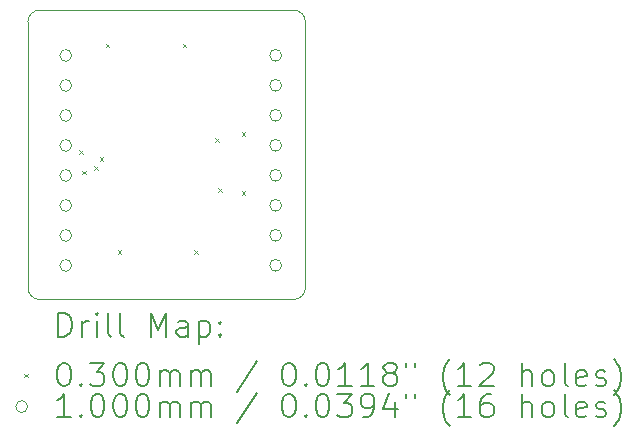
<source format=gbr>
%TF.GenerationSoftware,KiCad,Pcbnew,9.0.4*%
%TF.CreationDate,2025-12-19T23:17:50-05:00*%
%TF.ProjectId,ADS1120IPWR,41445331-3132-4304-9950-57522e6b6963,rev?*%
%TF.SameCoordinates,Original*%
%TF.FileFunction,Drillmap*%
%TF.FilePolarity,Positive*%
%FSLAX45Y45*%
G04 Gerber Fmt 4.5, Leading zero omitted, Abs format (unit mm)*
G04 Created by KiCad (PCBNEW 9.0.4) date 2025-12-19 23:17:50*
%MOMM*%
%LPD*%
G01*
G04 APERTURE LIST*
%ADD10C,0.050000*%
%ADD11C,0.200000*%
%ADD12C,0.100000*%
G04 APERTURE END LIST*
D10*
X16575000Y-7500000D02*
G75*
G02*
X16475000Y-7600000I-100000J0D01*
G01*
X14325000Y-5150000D02*
X16475000Y-5150000D01*
X14225000Y-5250000D02*
G75*
G02*
X14325000Y-5150000I100000J0D01*
G01*
X16575000Y-5250000D02*
X16575000Y-7500000D01*
X16475000Y-7600000D02*
X14325000Y-7600000D01*
X14325000Y-7600000D02*
G75*
G02*
X14225000Y-7500000I0J100000D01*
G01*
X16475000Y-5150000D02*
G75*
G02*
X16575000Y-5250000I0J-100000D01*
G01*
X14225000Y-7500000D02*
X14225000Y-5250000D01*
D11*
D12*
X14660000Y-6335000D02*
X14690000Y-6365000D01*
X14690000Y-6335000D02*
X14660000Y-6365000D01*
X14685000Y-6510000D02*
X14715000Y-6540000D01*
X14715000Y-6510000D02*
X14685000Y-6540000D01*
X14784606Y-6472530D02*
X14814606Y-6502530D01*
X14814606Y-6472530D02*
X14784606Y-6502530D01*
X14833599Y-6397102D02*
X14863599Y-6427102D01*
X14863599Y-6397102D02*
X14833599Y-6427102D01*
X14885000Y-5435000D02*
X14915000Y-5465000D01*
X14915000Y-5435000D02*
X14885000Y-5465000D01*
X14985000Y-7185000D02*
X15015000Y-7215000D01*
X15015000Y-7185000D02*
X14985000Y-7215000D01*
X15535000Y-5435000D02*
X15565000Y-5465000D01*
X15565000Y-5435000D02*
X15535000Y-5465000D01*
X15635000Y-7185000D02*
X15665000Y-7215000D01*
X15665000Y-7185000D02*
X15635000Y-7215000D01*
X15810000Y-6235000D02*
X15840000Y-6265000D01*
X15840000Y-6235000D02*
X15810000Y-6265000D01*
X15835000Y-6660000D02*
X15865000Y-6690000D01*
X15865000Y-6660000D02*
X15835000Y-6690000D01*
X16035000Y-6185000D02*
X16065000Y-6215000D01*
X16065000Y-6185000D02*
X16035000Y-6215000D01*
X16035000Y-6685000D02*
X16065000Y-6715000D01*
X16065000Y-6685000D02*
X16035000Y-6715000D01*
X14595000Y-5534000D02*
G75*
G02*
X14495000Y-5534000I-50000J0D01*
G01*
X14495000Y-5534000D02*
G75*
G02*
X14595000Y-5534000I50000J0D01*
G01*
X14595000Y-5788000D02*
G75*
G02*
X14495000Y-5788000I-50000J0D01*
G01*
X14495000Y-5788000D02*
G75*
G02*
X14595000Y-5788000I50000J0D01*
G01*
X14595000Y-6042000D02*
G75*
G02*
X14495000Y-6042000I-50000J0D01*
G01*
X14495000Y-6042000D02*
G75*
G02*
X14595000Y-6042000I50000J0D01*
G01*
X14595000Y-6296000D02*
G75*
G02*
X14495000Y-6296000I-50000J0D01*
G01*
X14495000Y-6296000D02*
G75*
G02*
X14595000Y-6296000I50000J0D01*
G01*
X14595000Y-6550000D02*
G75*
G02*
X14495000Y-6550000I-50000J0D01*
G01*
X14495000Y-6550000D02*
G75*
G02*
X14595000Y-6550000I50000J0D01*
G01*
X14595000Y-6804000D02*
G75*
G02*
X14495000Y-6804000I-50000J0D01*
G01*
X14495000Y-6804000D02*
G75*
G02*
X14595000Y-6804000I50000J0D01*
G01*
X14595000Y-7058000D02*
G75*
G02*
X14495000Y-7058000I-50000J0D01*
G01*
X14495000Y-7058000D02*
G75*
G02*
X14595000Y-7058000I50000J0D01*
G01*
X14595000Y-7312000D02*
G75*
G02*
X14495000Y-7312000I-50000J0D01*
G01*
X14495000Y-7312000D02*
G75*
G02*
X14595000Y-7312000I50000J0D01*
G01*
X16373000Y-5532000D02*
G75*
G02*
X16273000Y-5532000I-50000J0D01*
G01*
X16273000Y-5532000D02*
G75*
G02*
X16373000Y-5532000I50000J0D01*
G01*
X16373000Y-5786000D02*
G75*
G02*
X16273000Y-5786000I-50000J0D01*
G01*
X16273000Y-5786000D02*
G75*
G02*
X16373000Y-5786000I50000J0D01*
G01*
X16373000Y-6040000D02*
G75*
G02*
X16273000Y-6040000I-50000J0D01*
G01*
X16273000Y-6040000D02*
G75*
G02*
X16373000Y-6040000I50000J0D01*
G01*
X16373000Y-6294000D02*
G75*
G02*
X16273000Y-6294000I-50000J0D01*
G01*
X16273000Y-6294000D02*
G75*
G02*
X16373000Y-6294000I50000J0D01*
G01*
X16373000Y-6548000D02*
G75*
G02*
X16273000Y-6548000I-50000J0D01*
G01*
X16273000Y-6548000D02*
G75*
G02*
X16373000Y-6548000I50000J0D01*
G01*
X16373000Y-6802000D02*
G75*
G02*
X16273000Y-6802000I-50000J0D01*
G01*
X16273000Y-6802000D02*
G75*
G02*
X16373000Y-6802000I50000J0D01*
G01*
X16373000Y-7056000D02*
G75*
G02*
X16273000Y-7056000I-50000J0D01*
G01*
X16273000Y-7056000D02*
G75*
G02*
X16373000Y-7056000I50000J0D01*
G01*
X16373000Y-7310000D02*
G75*
G02*
X16273000Y-7310000I-50000J0D01*
G01*
X16273000Y-7310000D02*
G75*
G02*
X16373000Y-7310000I50000J0D01*
G01*
D11*
X14483277Y-7913984D02*
X14483277Y-7713984D01*
X14483277Y-7713984D02*
X14530896Y-7713984D01*
X14530896Y-7713984D02*
X14559467Y-7723508D01*
X14559467Y-7723508D02*
X14578515Y-7742555D01*
X14578515Y-7742555D02*
X14588039Y-7761603D01*
X14588039Y-7761603D02*
X14597562Y-7799698D01*
X14597562Y-7799698D02*
X14597562Y-7828269D01*
X14597562Y-7828269D02*
X14588039Y-7866365D01*
X14588039Y-7866365D02*
X14578515Y-7885412D01*
X14578515Y-7885412D02*
X14559467Y-7904460D01*
X14559467Y-7904460D02*
X14530896Y-7913984D01*
X14530896Y-7913984D02*
X14483277Y-7913984D01*
X14683277Y-7913984D02*
X14683277Y-7780650D01*
X14683277Y-7818746D02*
X14692801Y-7799698D01*
X14692801Y-7799698D02*
X14702324Y-7790174D01*
X14702324Y-7790174D02*
X14721372Y-7780650D01*
X14721372Y-7780650D02*
X14740420Y-7780650D01*
X14807086Y-7913984D02*
X14807086Y-7780650D01*
X14807086Y-7713984D02*
X14797562Y-7723508D01*
X14797562Y-7723508D02*
X14807086Y-7733031D01*
X14807086Y-7733031D02*
X14816610Y-7723508D01*
X14816610Y-7723508D02*
X14807086Y-7713984D01*
X14807086Y-7713984D02*
X14807086Y-7733031D01*
X14930896Y-7913984D02*
X14911848Y-7904460D01*
X14911848Y-7904460D02*
X14902324Y-7885412D01*
X14902324Y-7885412D02*
X14902324Y-7713984D01*
X15035658Y-7913984D02*
X15016610Y-7904460D01*
X15016610Y-7904460D02*
X15007086Y-7885412D01*
X15007086Y-7885412D02*
X15007086Y-7713984D01*
X15264229Y-7913984D02*
X15264229Y-7713984D01*
X15264229Y-7713984D02*
X15330896Y-7856841D01*
X15330896Y-7856841D02*
X15397562Y-7713984D01*
X15397562Y-7713984D02*
X15397562Y-7913984D01*
X15578515Y-7913984D02*
X15578515Y-7809222D01*
X15578515Y-7809222D02*
X15568991Y-7790174D01*
X15568991Y-7790174D02*
X15549943Y-7780650D01*
X15549943Y-7780650D02*
X15511848Y-7780650D01*
X15511848Y-7780650D02*
X15492801Y-7790174D01*
X15578515Y-7904460D02*
X15559467Y-7913984D01*
X15559467Y-7913984D02*
X15511848Y-7913984D01*
X15511848Y-7913984D02*
X15492801Y-7904460D01*
X15492801Y-7904460D02*
X15483277Y-7885412D01*
X15483277Y-7885412D02*
X15483277Y-7866365D01*
X15483277Y-7866365D02*
X15492801Y-7847317D01*
X15492801Y-7847317D02*
X15511848Y-7837793D01*
X15511848Y-7837793D02*
X15559467Y-7837793D01*
X15559467Y-7837793D02*
X15578515Y-7828269D01*
X15673753Y-7780650D02*
X15673753Y-7980650D01*
X15673753Y-7790174D02*
X15692801Y-7780650D01*
X15692801Y-7780650D02*
X15730896Y-7780650D01*
X15730896Y-7780650D02*
X15749943Y-7790174D01*
X15749943Y-7790174D02*
X15759467Y-7799698D01*
X15759467Y-7799698D02*
X15768991Y-7818746D01*
X15768991Y-7818746D02*
X15768991Y-7875888D01*
X15768991Y-7875888D02*
X15759467Y-7894936D01*
X15759467Y-7894936D02*
X15749943Y-7904460D01*
X15749943Y-7904460D02*
X15730896Y-7913984D01*
X15730896Y-7913984D02*
X15692801Y-7913984D01*
X15692801Y-7913984D02*
X15673753Y-7904460D01*
X15854705Y-7894936D02*
X15864229Y-7904460D01*
X15864229Y-7904460D02*
X15854705Y-7913984D01*
X15854705Y-7913984D02*
X15845182Y-7904460D01*
X15845182Y-7904460D02*
X15854705Y-7894936D01*
X15854705Y-7894936D02*
X15854705Y-7913984D01*
X15854705Y-7790174D02*
X15864229Y-7799698D01*
X15864229Y-7799698D02*
X15854705Y-7809222D01*
X15854705Y-7809222D02*
X15845182Y-7799698D01*
X15845182Y-7799698D02*
X15854705Y-7790174D01*
X15854705Y-7790174D02*
X15854705Y-7809222D01*
D12*
X14192500Y-8227500D02*
X14222500Y-8257500D01*
X14222500Y-8227500D02*
X14192500Y-8257500D01*
D11*
X14521372Y-8133984D02*
X14540420Y-8133984D01*
X14540420Y-8133984D02*
X14559467Y-8143508D01*
X14559467Y-8143508D02*
X14568991Y-8153031D01*
X14568991Y-8153031D02*
X14578515Y-8172079D01*
X14578515Y-8172079D02*
X14588039Y-8210174D01*
X14588039Y-8210174D02*
X14588039Y-8257793D01*
X14588039Y-8257793D02*
X14578515Y-8295888D01*
X14578515Y-8295888D02*
X14568991Y-8314936D01*
X14568991Y-8314936D02*
X14559467Y-8324460D01*
X14559467Y-8324460D02*
X14540420Y-8333984D01*
X14540420Y-8333984D02*
X14521372Y-8333984D01*
X14521372Y-8333984D02*
X14502324Y-8324460D01*
X14502324Y-8324460D02*
X14492801Y-8314936D01*
X14492801Y-8314936D02*
X14483277Y-8295888D01*
X14483277Y-8295888D02*
X14473753Y-8257793D01*
X14473753Y-8257793D02*
X14473753Y-8210174D01*
X14473753Y-8210174D02*
X14483277Y-8172079D01*
X14483277Y-8172079D02*
X14492801Y-8153031D01*
X14492801Y-8153031D02*
X14502324Y-8143508D01*
X14502324Y-8143508D02*
X14521372Y-8133984D01*
X14673753Y-8314936D02*
X14683277Y-8324460D01*
X14683277Y-8324460D02*
X14673753Y-8333984D01*
X14673753Y-8333984D02*
X14664229Y-8324460D01*
X14664229Y-8324460D02*
X14673753Y-8314936D01*
X14673753Y-8314936D02*
X14673753Y-8333984D01*
X14749943Y-8133984D02*
X14873753Y-8133984D01*
X14873753Y-8133984D02*
X14807086Y-8210174D01*
X14807086Y-8210174D02*
X14835658Y-8210174D01*
X14835658Y-8210174D02*
X14854705Y-8219698D01*
X14854705Y-8219698D02*
X14864229Y-8229222D01*
X14864229Y-8229222D02*
X14873753Y-8248269D01*
X14873753Y-8248269D02*
X14873753Y-8295888D01*
X14873753Y-8295888D02*
X14864229Y-8314936D01*
X14864229Y-8314936D02*
X14854705Y-8324460D01*
X14854705Y-8324460D02*
X14835658Y-8333984D01*
X14835658Y-8333984D02*
X14778515Y-8333984D01*
X14778515Y-8333984D02*
X14759467Y-8324460D01*
X14759467Y-8324460D02*
X14749943Y-8314936D01*
X14997562Y-8133984D02*
X15016610Y-8133984D01*
X15016610Y-8133984D02*
X15035658Y-8143508D01*
X15035658Y-8143508D02*
X15045182Y-8153031D01*
X15045182Y-8153031D02*
X15054705Y-8172079D01*
X15054705Y-8172079D02*
X15064229Y-8210174D01*
X15064229Y-8210174D02*
X15064229Y-8257793D01*
X15064229Y-8257793D02*
X15054705Y-8295888D01*
X15054705Y-8295888D02*
X15045182Y-8314936D01*
X15045182Y-8314936D02*
X15035658Y-8324460D01*
X15035658Y-8324460D02*
X15016610Y-8333984D01*
X15016610Y-8333984D02*
X14997562Y-8333984D01*
X14997562Y-8333984D02*
X14978515Y-8324460D01*
X14978515Y-8324460D02*
X14968991Y-8314936D01*
X14968991Y-8314936D02*
X14959467Y-8295888D01*
X14959467Y-8295888D02*
X14949943Y-8257793D01*
X14949943Y-8257793D02*
X14949943Y-8210174D01*
X14949943Y-8210174D02*
X14959467Y-8172079D01*
X14959467Y-8172079D02*
X14968991Y-8153031D01*
X14968991Y-8153031D02*
X14978515Y-8143508D01*
X14978515Y-8143508D02*
X14997562Y-8133984D01*
X15188039Y-8133984D02*
X15207086Y-8133984D01*
X15207086Y-8133984D02*
X15226134Y-8143508D01*
X15226134Y-8143508D02*
X15235658Y-8153031D01*
X15235658Y-8153031D02*
X15245182Y-8172079D01*
X15245182Y-8172079D02*
X15254705Y-8210174D01*
X15254705Y-8210174D02*
X15254705Y-8257793D01*
X15254705Y-8257793D02*
X15245182Y-8295888D01*
X15245182Y-8295888D02*
X15235658Y-8314936D01*
X15235658Y-8314936D02*
X15226134Y-8324460D01*
X15226134Y-8324460D02*
X15207086Y-8333984D01*
X15207086Y-8333984D02*
X15188039Y-8333984D01*
X15188039Y-8333984D02*
X15168991Y-8324460D01*
X15168991Y-8324460D02*
X15159467Y-8314936D01*
X15159467Y-8314936D02*
X15149943Y-8295888D01*
X15149943Y-8295888D02*
X15140420Y-8257793D01*
X15140420Y-8257793D02*
X15140420Y-8210174D01*
X15140420Y-8210174D02*
X15149943Y-8172079D01*
X15149943Y-8172079D02*
X15159467Y-8153031D01*
X15159467Y-8153031D02*
X15168991Y-8143508D01*
X15168991Y-8143508D02*
X15188039Y-8133984D01*
X15340420Y-8333984D02*
X15340420Y-8200650D01*
X15340420Y-8219698D02*
X15349943Y-8210174D01*
X15349943Y-8210174D02*
X15368991Y-8200650D01*
X15368991Y-8200650D02*
X15397563Y-8200650D01*
X15397563Y-8200650D02*
X15416610Y-8210174D01*
X15416610Y-8210174D02*
X15426134Y-8229222D01*
X15426134Y-8229222D02*
X15426134Y-8333984D01*
X15426134Y-8229222D02*
X15435658Y-8210174D01*
X15435658Y-8210174D02*
X15454705Y-8200650D01*
X15454705Y-8200650D02*
X15483277Y-8200650D01*
X15483277Y-8200650D02*
X15502324Y-8210174D01*
X15502324Y-8210174D02*
X15511848Y-8229222D01*
X15511848Y-8229222D02*
X15511848Y-8333984D01*
X15607086Y-8333984D02*
X15607086Y-8200650D01*
X15607086Y-8219698D02*
X15616610Y-8210174D01*
X15616610Y-8210174D02*
X15635658Y-8200650D01*
X15635658Y-8200650D02*
X15664229Y-8200650D01*
X15664229Y-8200650D02*
X15683277Y-8210174D01*
X15683277Y-8210174D02*
X15692801Y-8229222D01*
X15692801Y-8229222D02*
X15692801Y-8333984D01*
X15692801Y-8229222D02*
X15702324Y-8210174D01*
X15702324Y-8210174D02*
X15721372Y-8200650D01*
X15721372Y-8200650D02*
X15749943Y-8200650D01*
X15749943Y-8200650D02*
X15768991Y-8210174D01*
X15768991Y-8210174D02*
X15778515Y-8229222D01*
X15778515Y-8229222D02*
X15778515Y-8333984D01*
X16168991Y-8124460D02*
X15997563Y-8381603D01*
X16426134Y-8133984D02*
X16445182Y-8133984D01*
X16445182Y-8133984D02*
X16464229Y-8143508D01*
X16464229Y-8143508D02*
X16473753Y-8153031D01*
X16473753Y-8153031D02*
X16483277Y-8172079D01*
X16483277Y-8172079D02*
X16492801Y-8210174D01*
X16492801Y-8210174D02*
X16492801Y-8257793D01*
X16492801Y-8257793D02*
X16483277Y-8295888D01*
X16483277Y-8295888D02*
X16473753Y-8314936D01*
X16473753Y-8314936D02*
X16464229Y-8324460D01*
X16464229Y-8324460D02*
X16445182Y-8333984D01*
X16445182Y-8333984D02*
X16426134Y-8333984D01*
X16426134Y-8333984D02*
X16407086Y-8324460D01*
X16407086Y-8324460D02*
X16397563Y-8314936D01*
X16397563Y-8314936D02*
X16388039Y-8295888D01*
X16388039Y-8295888D02*
X16378515Y-8257793D01*
X16378515Y-8257793D02*
X16378515Y-8210174D01*
X16378515Y-8210174D02*
X16388039Y-8172079D01*
X16388039Y-8172079D02*
X16397563Y-8153031D01*
X16397563Y-8153031D02*
X16407086Y-8143508D01*
X16407086Y-8143508D02*
X16426134Y-8133984D01*
X16578515Y-8314936D02*
X16588039Y-8324460D01*
X16588039Y-8324460D02*
X16578515Y-8333984D01*
X16578515Y-8333984D02*
X16568991Y-8324460D01*
X16568991Y-8324460D02*
X16578515Y-8314936D01*
X16578515Y-8314936D02*
X16578515Y-8333984D01*
X16711848Y-8133984D02*
X16730896Y-8133984D01*
X16730896Y-8133984D02*
X16749944Y-8143508D01*
X16749944Y-8143508D02*
X16759467Y-8153031D01*
X16759467Y-8153031D02*
X16768991Y-8172079D01*
X16768991Y-8172079D02*
X16778515Y-8210174D01*
X16778515Y-8210174D02*
X16778515Y-8257793D01*
X16778515Y-8257793D02*
X16768991Y-8295888D01*
X16768991Y-8295888D02*
X16759467Y-8314936D01*
X16759467Y-8314936D02*
X16749944Y-8324460D01*
X16749944Y-8324460D02*
X16730896Y-8333984D01*
X16730896Y-8333984D02*
X16711848Y-8333984D01*
X16711848Y-8333984D02*
X16692801Y-8324460D01*
X16692801Y-8324460D02*
X16683277Y-8314936D01*
X16683277Y-8314936D02*
X16673753Y-8295888D01*
X16673753Y-8295888D02*
X16664229Y-8257793D01*
X16664229Y-8257793D02*
X16664229Y-8210174D01*
X16664229Y-8210174D02*
X16673753Y-8172079D01*
X16673753Y-8172079D02*
X16683277Y-8153031D01*
X16683277Y-8153031D02*
X16692801Y-8143508D01*
X16692801Y-8143508D02*
X16711848Y-8133984D01*
X16968991Y-8333984D02*
X16854706Y-8333984D01*
X16911848Y-8333984D02*
X16911848Y-8133984D01*
X16911848Y-8133984D02*
X16892801Y-8162555D01*
X16892801Y-8162555D02*
X16873753Y-8181603D01*
X16873753Y-8181603D02*
X16854706Y-8191127D01*
X17159468Y-8333984D02*
X17045182Y-8333984D01*
X17102325Y-8333984D02*
X17102325Y-8133984D01*
X17102325Y-8133984D02*
X17083277Y-8162555D01*
X17083277Y-8162555D02*
X17064229Y-8181603D01*
X17064229Y-8181603D02*
X17045182Y-8191127D01*
X17273753Y-8219698D02*
X17254706Y-8210174D01*
X17254706Y-8210174D02*
X17245182Y-8200650D01*
X17245182Y-8200650D02*
X17235658Y-8181603D01*
X17235658Y-8181603D02*
X17235658Y-8172079D01*
X17235658Y-8172079D02*
X17245182Y-8153031D01*
X17245182Y-8153031D02*
X17254706Y-8143508D01*
X17254706Y-8143508D02*
X17273753Y-8133984D01*
X17273753Y-8133984D02*
X17311849Y-8133984D01*
X17311849Y-8133984D02*
X17330896Y-8143508D01*
X17330896Y-8143508D02*
X17340420Y-8153031D01*
X17340420Y-8153031D02*
X17349944Y-8172079D01*
X17349944Y-8172079D02*
X17349944Y-8181603D01*
X17349944Y-8181603D02*
X17340420Y-8200650D01*
X17340420Y-8200650D02*
X17330896Y-8210174D01*
X17330896Y-8210174D02*
X17311849Y-8219698D01*
X17311849Y-8219698D02*
X17273753Y-8219698D01*
X17273753Y-8219698D02*
X17254706Y-8229222D01*
X17254706Y-8229222D02*
X17245182Y-8238746D01*
X17245182Y-8238746D02*
X17235658Y-8257793D01*
X17235658Y-8257793D02*
X17235658Y-8295888D01*
X17235658Y-8295888D02*
X17245182Y-8314936D01*
X17245182Y-8314936D02*
X17254706Y-8324460D01*
X17254706Y-8324460D02*
X17273753Y-8333984D01*
X17273753Y-8333984D02*
X17311849Y-8333984D01*
X17311849Y-8333984D02*
X17330896Y-8324460D01*
X17330896Y-8324460D02*
X17340420Y-8314936D01*
X17340420Y-8314936D02*
X17349944Y-8295888D01*
X17349944Y-8295888D02*
X17349944Y-8257793D01*
X17349944Y-8257793D02*
X17340420Y-8238746D01*
X17340420Y-8238746D02*
X17330896Y-8229222D01*
X17330896Y-8229222D02*
X17311849Y-8219698D01*
X17426134Y-8133984D02*
X17426134Y-8172079D01*
X17502325Y-8133984D02*
X17502325Y-8172079D01*
X17797563Y-8410174D02*
X17788039Y-8400650D01*
X17788039Y-8400650D02*
X17768991Y-8372079D01*
X17768991Y-8372079D02*
X17759468Y-8353031D01*
X17759468Y-8353031D02*
X17749944Y-8324460D01*
X17749944Y-8324460D02*
X17740420Y-8276841D01*
X17740420Y-8276841D02*
X17740420Y-8238746D01*
X17740420Y-8238746D02*
X17749944Y-8191127D01*
X17749944Y-8191127D02*
X17759468Y-8162555D01*
X17759468Y-8162555D02*
X17768991Y-8143508D01*
X17768991Y-8143508D02*
X17788039Y-8114936D01*
X17788039Y-8114936D02*
X17797563Y-8105412D01*
X17978515Y-8333984D02*
X17864230Y-8333984D01*
X17921372Y-8333984D02*
X17921372Y-8133984D01*
X17921372Y-8133984D02*
X17902325Y-8162555D01*
X17902325Y-8162555D02*
X17883277Y-8181603D01*
X17883277Y-8181603D02*
X17864230Y-8191127D01*
X18054706Y-8153031D02*
X18064230Y-8143508D01*
X18064230Y-8143508D02*
X18083277Y-8133984D01*
X18083277Y-8133984D02*
X18130896Y-8133984D01*
X18130896Y-8133984D02*
X18149944Y-8143508D01*
X18149944Y-8143508D02*
X18159468Y-8153031D01*
X18159468Y-8153031D02*
X18168991Y-8172079D01*
X18168991Y-8172079D02*
X18168991Y-8191127D01*
X18168991Y-8191127D02*
X18159468Y-8219698D01*
X18159468Y-8219698D02*
X18045182Y-8333984D01*
X18045182Y-8333984D02*
X18168991Y-8333984D01*
X18407087Y-8333984D02*
X18407087Y-8133984D01*
X18492801Y-8333984D02*
X18492801Y-8229222D01*
X18492801Y-8229222D02*
X18483277Y-8210174D01*
X18483277Y-8210174D02*
X18464230Y-8200650D01*
X18464230Y-8200650D02*
X18435658Y-8200650D01*
X18435658Y-8200650D02*
X18416611Y-8210174D01*
X18416611Y-8210174D02*
X18407087Y-8219698D01*
X18616611Y-8333984D02*
X18597563Y-8324460D01*
X18597563Y-8324460D02*
X18588039Y-8314936D01*
X18588039Y-8314936D02*
X18578515Y-8295888D01*
X18578515Y-8295888D02*
X18578515Y-8238746D01*
X18578515Y-8238746D02*
X18588039Y-8219698D01*
X18588039Y-8219698D02*
X18597563Y-8210174D01*
X18597563Y-8210174D02*
X18616611Y-8200650D01*
X18616611Y-8200650D02*
X18645182Y-8200650D01*
X18645182Y-8200650D02*
X18664230Y-8210174D01*
X18664230Y-8210174D02*
X18673753Y-8219698D01*
X18673753Y-8219698D02*
X18683277Y-8238746D01*
X18683277Y-8238746D02*
X18683277Y-8295888D01*
X18683277Y-8295888D02*
X18673753Y-8314936D01*
X18673753Y-8314936D02*
X18664230Y-8324460D01*
X18664230Y-8324460D02*
X18645182Y-8333984D01*
X18645182Y-8333984D02*
X18616611Y-8333984D01*
X18797563Y-8333984D02*
X18778515Y-8324460D01*
X18778515Y-8324460D02*
X18768992Y-8305412D01*
X18768992Y-8305412D02*
X18768992Y-8133984D01*
X18949944Y-8324460D02*
X18930896Y-8333984D01*
X18930896Y-8333984D02*
X18892801Y-8333984D01*
X18892801Y-8333984D02*
X18873753Y-8324460D01*
X18873753Y-8324460D02*
X18864230Y-8305412D01*
X18864230Y-8305412D02*
X18864230Y-8229222D01*
X18864230Y-8229222D02*
X18873753Y-8210174D01*
X18873753Y-8210174D02*
X18892801Y-8200650D01*
X18892801Y-8200650D02*
X18930896Y-8200650D01*
X18930896Y-8200650D02*
X18949944Y-8210174D01*
X18949944Y-8210174D02*
X18959468Y-8229222D01*
X18959468Y-8229222D02*
X18959468Y-8248269D01*
X18959468Y-8248269D02*
X18864230Y-8267317D01*
X19035658Y-8324460D02*
X19054706Y-8333984D01*
X19054706Y-8333984D02*
X19092801Y-8333984D01*
X19092801Y-8333984D02*
X19111849Y-8324460D01*
X19111849Y-8324460D02*
X19121373Y-8305412D01*
X19121373Y-8305412D02*
X19121373Y-8295888D01*
X19121373Y-8295888D02*
X19111849Y-8276841D01*
X19111849Y-8276841D02*
X19092801Y-8267317D01*
X19092801Y-8267317D02*
X19064230Y-8267317D01*
X19064230Y-8267317D02*
X19045182Y-8257793D01*
X19045182Y-8257793D02*
X19035658Y-8238746D01*
X19035658Y-8238746D02*
X19035658Y-8229222D01*
X19035658Y-8229222D02*
X19045182Y-8210174D01*
X19045182Y-8210174D02*
X19064230Y-8200650D01*
X19064230Y-8200650D02*
X19092801Y-8200650D01*
X19092801Y-8200650D02*
X19111849Y-8210174D01*
X19188039Y-8410174D02*
X19197563Y-8400650D01*
X19197563Y-8400650D02*
X19216611Y-8372079D01*
X19216611Y-8372079D02*
X19226134Y-8353031D01*
X19226134Y-8353031D02*
X19235658Y-8324460D01*
X19235658Y-8324460D02*
X19245182Y-8276841D01*
X19245182Y-8276841D02*
X19245182Y-8238746D01*
X19245182Y-8238746D02*
X19235658Y-8191127D01*
X19235658Y-8191127D02*
X19226134Y-8162555D01*
X19226134Y-8162555D02*
X19216611Y-8143508D01*
X19216611Y-8143508D02*
X19197563Y-8114936D01*
X19197563Y-8114936D02*
X19188039Y-8105412D01*
D12*
X14222500Y-8506500D02*
G75*
G02*
X14122500Y-8506500I-50000J0D01*
G01*
X14122500Y-8506500D02*
G75*
G02*
X14222500Y-8506500I50000J0D01*
G01*
D11*
X14588039Y-8597984D02*
X14473753Y-8597984D01*
X14530896Y-8597984D02*
X14530896Y-8397984D01*
X14530896Y-8397984D02*
X14511848Y-8426555D01*
X14511848Y-8426555D02*
X14492801Y-8445603D01*
X14492801Y-8445603D02*
X14473753Y-8455127D01*
X14673753Y-8578936D02*
X14683277Y-8588460D01*
X14683277Y-8588460D02*
X14673753Y-8597984D01*
X14673753Y-8597984D02*
X14664229Y-8588460D01*
X14664229Y-8588460D02*
X14673753Y-8578936D01*
X14673753Y-8578936D02*
X14673753Y-8597984D01*
X14807086Y-8397984D02*
X14826134Y-8397984D01*
X14826134Y-8397984D02*
X14845182Y-8407508D01*
X14845182Y-8407508D02*
X14854705Y-8417031D01*
X14854705Y-8417031D02*
X14864229Y-8436079D01*
X14864229Y-8436079D02*
X14873753Y-8474174D01*
X14873753Y-8474174D02*
X14873753Y-8521793D01*
X14873753Y-8521793D02*
X14864229Y-8559889D01*
X14864229Y-8559889D02*
X14854705Y-8578936D01*
X14854705Y-8578936D02*
X14845182Y-8588460D01*
X14845182Y-8588460D02*
X14826134Y-8597984D01*
X14826134Y-8597984D02*
X14807086Y-8597984D01*
X14807086Y-8597984D02*
X14788039Y-8588460D01*
X14788039Y-8588460D02*
X14778515Y-8578936D01*
X14778515Y-8578936D02*
X14768991Y-8559889D01*
X14768991Y-8559889D02*
X14759467Y-8521793D01*
X14759467Y-8521793D02*
X14759467Y-8474174D01*
X14759467Y-8474174D02*
X14768991Y-8436079D01*
X14768991Y-8436079D02*
X14778515Y-8417031D01*
X14778515Y-8417031D02*
X14788039Y-8407508D01*
X14788039Y-8407508D02*
X14807086Y-8397984D01*
X14997562Y-8397984D02*
X15016610Y-8397984D01*
X15016610Y-8397984D02*
X15035658Y-8407508D01*
X15035658Y-8407508D02*
X15045182Y-8417031D01*
X15045182Y-8417031D02*
X15054705Y-8436079D01*
X15054705Y-8436079D02*
X15064229Y-8474174D01*
X15064229Y-8474174D02*
X15064229Y-8521793D01*
X15064229Y-8521793D02*
X15054705Y-8559889D01*
X15054705Y-8559889D02*
X15045182Y-8578936D01*
X15045182Y-8578936D02*
X15035658Y-8588460D01*
X15035658Y-8588460D02*
X15016610Y-8597984D01*
X15016610Y-8597984D02*
X14997562Y-8597984D01*
X14997562Y-8597984D02*
X14978515Y-8588460D01*
X14978515Y-8588460D02*
X14968991Y-8578936D01*
X14968991Y-8578936D02*
X14959467Y-8559889D01*
X14959467Y-8559889D02*
X14949943Y-8521793D01*
X14949943Y-8521793D02*
X14949943Y-8474174D01*
X14949943Y-8474174D02*
X14959467Y-8436079D01*
X14959467Y-8436079D02*
X14968991Y-8417031D01*
X14968991Y-8417031D02*
X14978515Y-8407508D01*
X14978515Y-8407508D02*
X14997562Y-8397984D01*
X15188039Y-8397984D02*
X15207086Y-8397984D01*
X15207086Y-8397984D02*
X15226134Y-8407508D01*
X15226134Y-8407508D02*
X15235658Y-8417031D01*
X15235658Y-8417031D02*
X15245182Y-8436079D01*
X15245182Y-8436079D02*
X15254705Y-8474174D01*
X15254705Y-8474174D02*
X15254705Y-8521793D01*
X15254705Y-8521793D02*
X15245182Y-8559889D01*
X15245182Y-8559889D02*
X15235658Y-8578936D01*
X15235658Y-8578936D02*
X15226134Y-8588460D01*
X15226134Y-8588460D02*
X15207086Y-8597984D01*
X15207086Y-8597984D02*
X15188039Y-8597984D01*
X15188039Y-8597984D02*
X15168991Y-8588460D01*
X15168991Y-8588460D02*
X15159467Y-8578936D01*
X15159467Y-8578936D02*
X15149943Y-8559889D01*
X15149943Y-8559889D02*
X15140420Y-8521793D01*
X15140420Y-8521793D02*
X15140420Y-8474174D01*
X15140420Y-8474174D02*
X15149943Y-8436079D01*
X15149943Y-8436079D02*
X15159467Y-8417031D01*
X15159467Y-8417031D02*
X15168991Y-8407508D01*
X15168991Y-8407508D02*
X15188039Y-8397984D01*
X15340420Y-8597984D02*
X15340420Y-8464650D01*
X15340420Y-8483698D02*
X15349943Y-8474174D01*
X15349943Y-8474174D02*
X15368991Y-8464650D01*
X15368991Y-8464650D02*
X15397563Y-8464650D01*
X15397563Y-8464650D02*
X15416610Y-8474174D01*
X15416610Y-8474174D02*
X15426134Y-8493222D01*
X15426134Y-8493222D02*
X15426134Y-8597984D01*
X15426134Y-8493222D02*
X15435658Y-8474174D01*
X15435658Y-8474174D02*
X15454705Y-8464650D01*
X15454705Y-8464650D02*
X15483277Y-8464650D01*
X15483277Y-8464650D02*
X15502324Y-8474174D01*
X15502324Y-8474174D02*
X15511848Y-8493222D01*
X15511848Y-8493222D02*
X15511848Y-8597984D01*
X15607086Y-8597984D02*
X15607086Y-8464650D01*
X15607086Y-8483698D02*
X15616610Y-8474174D01*
X15616610Y-8474174D02*
X15635658Y-8464650D01*
X15635658Y-8464650D02*
X15664229Y-8464650D01*
X15664229Y-8464650D02*
X15683277Y-8474174D01*
X15683277Y-8474174D02*
X15692801Y-8493222D01*
X15692801Y-8493222D02*
X15692801Y-8597984D01*
X15692801Y-8493222D02*
X15702324Y-8474174D01*
X15702324Y-8474174D02*
X15721372Y-8464650D01*
X15721372Y-8464650D02*
X15749943Y-8464650D01*
X15749943Y-8464650D02*
X15768991Y-8474174D01*
X15768991Y-8474174D02*
X15778515Y-8493222D01*
X15778515Y-8493222D02*
X15778515Y-8597984D01*
X16168991Y-8388460D02*
X15997563Y-8645603D01*
X16426134Y-8397984D02*
X16445182Y-8397984D01*
X16445182Y-8397984D02*
X16464229Y-8407508D01*
X16464229Y-8407508D02*
X16473753Y-8417031D01*
X16473753Y-8417031D02*
X16483277Y-8436079D01*
X16483277Y-8436079D02*
X16492801Y-8474174D01*
X16492801Y-8474174D02*
X16492801Y-8521793D01*
X16492801Y-8521793D02*
X16483277Y-8559889D01*
X16483277Y-8559889D02*
X16473753Y-8578936D01*
X16473753Y-8578936D02*
X16464229Y-8588460D01*
X16464229Y-8588460D02*
X16445182Y-8597984D01*
X16445182Y-8597984D02*
X16426134Y-8597984D01*
X16426134Y-8597984D02*
X16407086Y-8588460D01*
X16407086Y-8588460D02*
X16397563Y-8578936D01*
X16397563Y-8578936D02*
X16388039Y-8559889D01*
X16388039Y-8559889D02*
X16378515Y-8521793D01*
X16378515Y-8521793D02*
X16378515Y-8474174D01*
X16378515Y-8474174D02*
X16388039Y-8436079D01*
X16388039Y-8436079D02*
X16397563Y-8417031D01*
X16397563Y-8417031D02*
X16407086Y-8407508D01*
X16407086Y-8407508D02*
X16426134Y-8397984D01*
X16578515Y-8578936D02*
X16588039Y-8588460D01*
X16588039Y-8588460D02*
X16578515Y-8597984D01*
X16578515Y-8597984D02*
X16568991Y-8588460D01*
X16568991Y-8588460D02*
X16578515Y-8578936D01*
X16578515Y-8578936D02*
X16578515Y-8597984D01*
X16711848Y-8397984D02*
X16730896Y-8397984D01*
X16730896Y-8397984D02*
X16749944Y-8407508D01*
X16749944Y-8407508D02*
X16759467Y-8417031D01*
X16759467Y-8417031D02*
X16768991Y-8436079D01*
X16768991Y-8436079D02*
X16778515Y-8474174D01*
X16778515Y-8474174D02*
X16778515Y-8521793D01*
X16778515Y-8521793D02*
X16768991Y-8559889D01*
X16768991Y-8559889D02*
X16759467Y-8578936D01*
X16759467Y-8578936D02*
X16749944Y-8588460D01*
X16749944Y-8588460D02*
X16730896Y-8597984D01*
X16730896Y-8597984D02*
X16711848Y-8597984D01*
X16711848Y-8597984D02*
X16692801Y-8588460D01*
X16692801Y-8588460D02*
X16683277Y-8578936D01*
X16683277Y-8578936D02*
X16673753Y-8559889D01*
X16673753Y-8559889D02*
X16664229Y-8521793D01*
X16664229Y-8521793D02*
X16664229Y-8474174D01*
X16664229Y-8474174D02*
X16673753Y-8436079D01*
X16673753Y-8436079D02*
X16683277Y-8417031D01*
X16683277Y-8417031D02*
X16692801Y-8407508D01*
X16692801Y-8407508D02*
X16711848Y-8397984D01*
X16845182Y-8397984D02*
X16968991Y-8397984D01*
X16968991Y-8397984D02*
X16902325Y-8474174D01*
X16902325Y-8474174D02*
X16930896Y-8474174D01*
X16930896Y-8474174D02*
X16949944Y-8483698D01*
X16949944Y-8483698D02*
X16959468Y-8493222D01*
X16959468Y-8493222D02*
X16968991Y-8512270D01*
X16968991Y-8512270D02*
X16968991Y-8559889D01*
X16968991Y-8559889D02*
X16959468Y-8578936D01*
X16959468Y-8578936D02*
X16949944Y-8588460D01*
X16949944Y-8588460D02*
X16930896Y-8597984D01*
X16930896Y-8597984D02*
X16873753Y-8597984D01*
X16873753Y-8597984D02*
X16854706Y-8588460D01*
X16854706Y-8588460D02*
X16845182Y-8578936D01*
X17064229Y-8597984D02*
X17102325Y-8597984D01*
X17102325Y-8597984D02*
X17121372Y-8588460D01*
X17121372Y-8588460D02*
X17130896Y-8578936D01*
X17130896Y-8578936D02*
X17149944Y-8550365D01*
X17149944Y-8550365D02*
X17159468Y-8512270D01*
X17159468Y-8512270D02*
X17159468Y-8436079D01*
X17159468Y-8436079D02*
X17149944Y-8417031D01*
X17149944Y-8417031D02*
X17140420Y-8407508D01*
X17140420Y-8407508D02*
X17121372Y-8397984D01*
X17121372Y-8397984D02*
X17083277Y-8397984D01*
X17083277Y-8397984D02*
X17064229Y-8407508D01*
X17064229Y-8407508D02*
X17054706Y-8417031D01*
X17054706Y-8417031D02*
X17045182Y-8436079D01*
X17045182Y-8436079D02*
X17045182Y-8483698D01*
X17045182Y-8483698D02*
X17054706Y-8502746D01*
X17054706Y-8502746D02*
X17064229Y-8512270D01*
X17064229Y-8512270D02*
X17083277Y-8521793D01*
X17083277Y-8521793D02*
X17121372Y-8521793D01*
X17121372Y-8521793D02*
X17140420Y-8512270D01*
X17140420Y-8512270D02*
X17149944Y-8502746D01*
X17149944Y-8502746D02*
X17159468Y-8483698D01*
X17330896Y-8464650D02*
X17330896Y-8597984D01*
X17283277Y-8388460D02*
X17235658Y-8531317D01*
X17235658Y-8531317D02*
X17359468Y-8531317D01*
X17426134Y-8397984D02*
X17426134Y-8436079D01*
X17502325Y-8397984D02*
X17502325Y-8436079D01*
X17797563Y-8674174D02*
X17788039Y-8664650D01*
X17788039Y-8664650D02*
X17768991Y-8636079D01*
X17768991Y-8636079D02*
X17759468Y-8617031D01*
X17759468Y-8617031D02*
X17749944Y-8588460D01*
X17749944Y-8588460D02*
X17740420Y-8540841D01*
X17740420Y-8540841D02*
X17740420Y-8502746D01*
X17740420Y-8502746D02*
X17749944Y-8455127D01*
X17749944Y-8455127D02*
X17759468Y-8426555D01*
X17759468Y-8426555D02*
X17768991Y-8407508D01*
X17768991Y-8407508D02*
X17788039Y-8378936D01*
X17788039Y-8378936D02*
X17797563Y-8369412D01*
X17978515Y-8597984D02*
X17864230Y-8597984D01*
X17921372Y-8597984D02*
X17921372Y-8397984D01*
X17921372Y-8397984D02*
X17902325Y-8426555D01*
X17902325Y-8426555D02*
X17883277Y-8445603D01*
X17883277Y-8445603D02*
X17864230Y-8455127D01*
X18149944Y-8397984D02*
X18111849Y-8397984D01*
X18111849Y-8397984D02*
X18092801Y-8407508D01*
X18092801Y-8407508D02*
X18083277Y-8417031D01*
X18083277Y-8417031D02*
X18064230Y-8445603D01*
X18064230Y-8445603D02*
X18054706Y-8483698D01*
X18054706Y-8483698D02*
X18054706Y-8559889D01*
X18054706Y-8559889D02*
X18064230Y-8578936D01*
X18064230Y-8578936D02*
X18073753Y-8588460D01*
X18073753Y-8588460D02*
X18092801Y-8597984D01*
X18092801Y-8597984D02*
X18130896Y-8597984D01*
X18130896Y-8597984D02*
X18149944Y-8588460D01*
X18149944Y-8588460D02*
X18159468Y-8578936D01*
X18159468Y-8578936D02*
X18168991Y-8559889D01*
X18168991Y-8559889D02*
X18168991Y-8512270D01*
X18168991Y-8512270D02*
X18159468Y-8493222D01*
X18159468Y-8493222D02*
X18149944Y-8483698D01*
X18149944Y-8483698D02*
X18130896Y-8474174D01*
X18130896Y-8474174D02*
X18092801Y-8474174D01*
X18092801Y-8474174D02*
X18073753Y-8483698D01*
X18073753Y-8483698D02*
X18064230Y-8493222D01*
X18064230Y-8493222D02*
X18054706Y-8512270D01*
X18407087Y-8597984D02*
X18407087Y-8397984D01*
X18492801Y-8597984D02*
X18492801Y-8493222D01*
X18492801Y-8493222D02*
X18483277Y-8474174D01*
X18483277Y-8474174D02*
X18464230Y-8464650D01*
X18464230Y-8464650D02*
X18435658Y-8464650D01*
X18435658Y-8464650D02*
X18416611Y-8474174D01*
X18416611Y-8474174D02*
X18407087Y-8483698D01*
X18616611Y-8597984D02*
X18597563Y-8588460D01*
X18597563Y-8588460D02*
X18588039Y-8578936D01*
X18588039Y-8578936D02*
X18578515Y-8559889D01*
X18578515Y-8559889D02*
X18578515Y-8502746D01*
X18578515Y-8502746D02*
X18588039Y-8483698D01*
X18588039Y-8483698D02*
X18597563Y-8474174D01*
X18597563Y-8474174D02*
X18616611Y-8464650D01*
X18616611Y-8464650D02*
X18645182Y-8464650D01*
X18645182Y-8464650D02*
X18664230Y-8474174D01*
X18664230Y-8474174D02*
X18673753Y-8483698D01*
X18673753Y-8483698D02*
X18683277Y-8502746D01*
X18683277Y-8502746D02*
X18683277Y-8559889D01*
X18683277Y-8559889D02*
X18673753Y-8578936D01*
X18673753Y-8578936D02*
X18664230Y-8588460D01*
X18664230Y-8588460D02*
X18645182Y-8597984D01*
X18645182Y-8597984D02*
X18616611Y-8597984D01*
X18797563Y-8597984D02*
X18778515Y-8588460D01*
X18778515Y-8588460D02*
X18768992Y-8569412D01*
X18768992Y-8569412D02*
X18768992Y-8397984D01*
X18949944Y-8588460D02*
X18930896Y-8597984D01*
X18930896Y-8597984D02*
X18892801Y-8597984D01*
X18892801Y-8597984D02*
X18873753Y-8588460D01*
X18873753Y-8588460D02*
X18864230Y-8569412D01*
X18864230Y-8569412D02*
X18864230Y-8493222D01*
X18864230Y-8493222D02*
X18873753Y-8474174D01*
X18873753Y-8474174D02*
X18892801Y-8464650D01*
X18892801Y-8464650D02*
X18930896Y-8464650D01*
X18930896Y-8464650D02*
X18949944Y-8474174D01*
X18949944Y-8474174D02*
X18959468Y-8493222D01*
X18959468Y-8493222D02*
X18959468Y-8512270D01*
X18959468Y-8512270D02*
X18864230Y-8531317D01*
X19035658Y-8588460D02*
X19054706Y-8597984D01*
X19054706Y-8597984D02*
X19092801Y-8597984D01*
X19092801Y-8597984D02*
X19111849Y-8588460D01*
X19111849Y-8588460D02*
X19121373Y-8569412D01*
X19121373Y-8569412D02*
X19121373Y-8559889D01*
X19121373Y-8559889D02*
X19111849Y-8540841D01*
X19111849Y-8540841D02*
X19092801Y-8531317D01*
X19092801Y-8531317D02*
X19064230Y-8531317D01*
X19064230Y-8531317D02*
X19045182Y-8521793D01*
X19045182Y-8521793D02*
X19035658Y-8502746D01*
X19035658Y-8502746D02*
X19035658Y-8493222D01*
X19035658Y-8493222D02*
X19045182Y-8474174D01*
X19045182Y-8474174D02*
X19064230Y-8464650D01*
X19064230Y-8464650D02*
X19092801Y-8464650D01*
X19092801Y-8464650D02*
X19111849Y-8474174D01*
X19188039Y-8674174D02*
X19197563Y-8664650D01*
X19197563Y-8664650D02*
X19216611Y-8636079D01*
X19216611Y-8636079D02*
X19226134Y-8617031D01*
X19226134Y-8617031D02*
X19235658Y-8588460D01*
X19235658Y-8588460D02*
X19245182Y-8540841D01*
X19245182Y-8540841D02*
X19245182Y-8502746D01*
X19245182Y-8502746D02*
X19235658Y-8455127D01*
X19235658Y-8455127D02*
X19226134Y-8426555D01*
X19226134Y-8426555D02*
X19216611Y-8407508D01*
X19216611Y-8407508D02*
X19197563Y-8378936D01*
X19197563Y-8378936D02*
X19188039Y-8369412D01*
M02*

</source>
